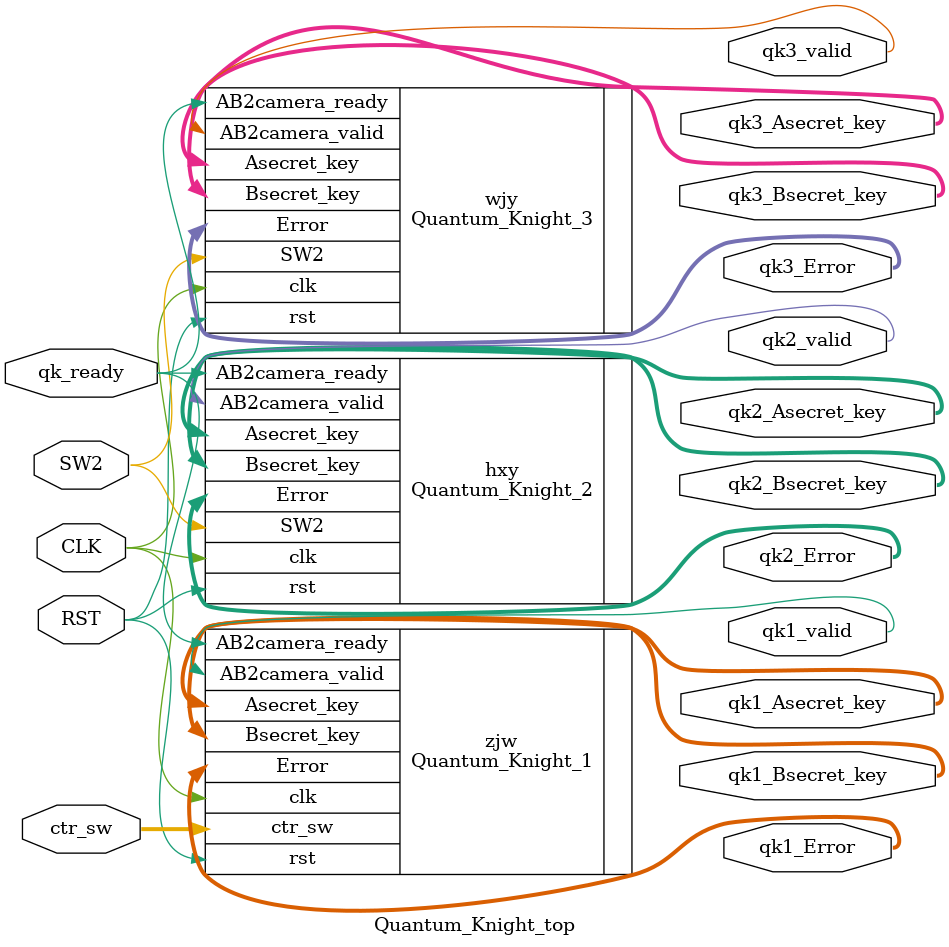
<source format=v>
`timescale 1ns / 1ps


module Quantum_Knight_top(
input               CLK,      /*clock signal*/
input				RST,
input				SW2,
input  [3:0]		ctr_sw,			
input				qk_ready,
output				qk1_valid,
output				qk2_valid,
output				qk3_valid,

output [7:0]		qk1_Error,
output [7:0]		qk2_Error,
output [7:0]		qk3_Error,

output [31:0] 		qk1_Asecret_key,
output [31:0] 		qk1_Bsecret_key,
output [31:0] 		qk2_Asecret_key,
output [31:0] 		qk2_Bsecret_key,
output [31:0] 		qk3_Asecret_key,
output [31:0] 		qk3_Bsecret_key
    );

    Quantum_Knight_1  zjw (
                .clk                ( CLK ),
                .rst                ( RST ),
                .ctr_sw             ( ctr_sw ),
                .AB2camera_ready    ( qk_ready ),
                .AB2camera_valid    ( qk1_valid ),
                // .Astate		        (qk1_Astate),
                // .Bstate             (qk1_Bstate),
                // .Bcount             (Bcount),
                .Error              ( qk1_Error ),
                .Asecret_key        ( qk1_Asecret_key) ,
                .Bsecret_key        ( qk1_Bsecret_key )
                // .ERROR_LED          ( ERROR_LED )
                //.test_random1       (test_random1),
                //.test_random2       (test_random2),
                //.test_d             (test_d),
                //.rand_result        (rand_result),
                //.test_temp_rand     (test_temp_rand),
                //.test_temp_randt	( test_temp_randt )
                );
    Quantum_Knight_2  hxy (
                .clk                ( CLK ),
                .rst                ( RST ),
                .SW2                ( SW2 ),
                .AB2camera_ready    ( qk_ready ),
                .AB2camera_valid    ( qk2_valid ),
                // .Astate		        ( qk2_Astate ),
                // .Bstate             ( qk2_Bstate ),
                // .Bcount             (Bcount),
                .Error              ( qk2_Error ),
                .Asecret_key        ( qk2_Asecret_key ),
                .Bsecret_key        ( qk2_Bsecret_key )
                // .ERROR_LED          ( ERROR_LED )
                //.test_random1       (test_random1),
                //.test_random2       (test_random2),
                //.test_d             (test_d),
                //.rand_result        (rand_result),
                //.test_temp_rand     (test_temp_rand),
                //.test_temp_randt	( test_temp_randt )
                );
    Quantum_Knight_3  wjy (
                .clk                ( CLK ),
                .rst                ( RST ),
                .SW2                ( SW2 ),
                .AB2camera_ready    ( qk_ready ),
                .AB2camera_valid    ( qk3_valid ),
                // .Astate		        ( qk2_Astate ),
                // .Bstate             ( qk2_Bstate ),
                // .Bcount             (Bcount),
                .Error              ( qk3_Error ),
                .Asecret_key        ( qk3_Asecret_key ),
                .Bsecret_key        ( qk3_Bsecret_key )
                // .ERROR_LED          ( ERROR_LED )
                //.test_random1       (test_random1),
                //.test_random2       (test_random2),
                //.test_d             (test_d),
                //.rand_result        (rand_result),
                //.test_temp_rand     (test_temp_rand),
                //.test_temp_randt	( test_temp_randt )
                );
endmodule

</source>
